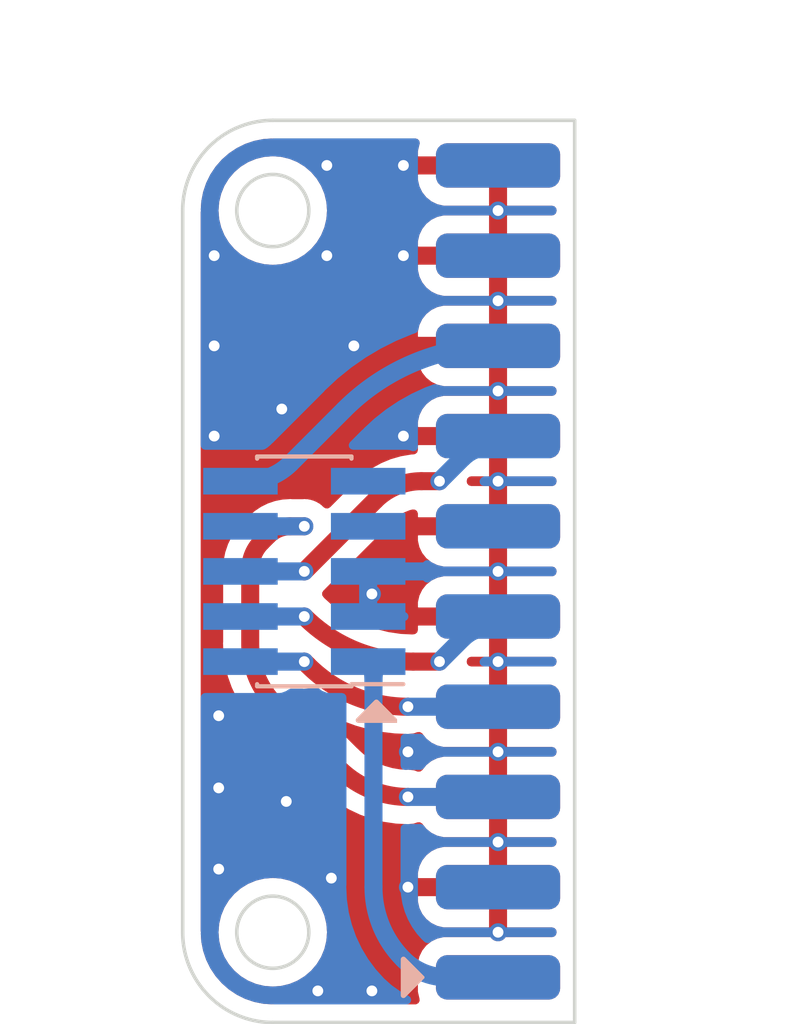
<source format=kicad_pcb>
(kicad_pcb (version 20211014) (generator pcbnew)
  (layers (0 "F.Cu" signal) (31 "B.Cu" signal) (34 "B.Paste" user) (35 "F.Paste" user) (36 "B.SilkS" user "B.Silkscreen") (37 "F.SilkS" user "F.Silkscreen") (38 "B.Mask" user) (39 "F.Mask" user) (44 "Edge.Cuts" user))
  (net 0 "")
  (net 1 "/VTref")
  (net 2 "/SWDIO{slash}TMS")
  (net 3 "/GND")
  (net 4 "/SWCLK{slash}TCK")
  (net 5 "/SWO{slash}TDO")
  (net 6 "/TDI")
  (net 7 "/nRESET")
  (footprint "Connector_PinSocket_1.27mm:PinSocket_2x05_P1.27mm_Vertical_SMD" (layer "B.Cu") (at 143.129 95.25)
    (fp_text reference "J1" hide)
    (fp_text value "Conn_02x05_Odd_Even")
    (fp_line (start -1.33 3.235) (end 1.33 3.235) (layer "B.SilkS") (width 0.12))
    (fp_line (start 1.33 -3.175) (end 1.33 -3.235) (layer "B.SilkS") (width 0.12))
    (fp_line (start -1.33 -3.235) (end 1.33 -3.235) (layer "B.SilkS") (width 0.12))
    (fp_line (start 1.33 3.235) (end 1.33 3.175) (layer "B.SilkS") (width 0.12))
    (fp_line (start -1.33 3.235) (end -1.33 3.175) (layer "B.SilkS") (width 0.12))
    (fp_line (start -1.33 -3.175) (end -1.33 -3.235) (layer "B.SilkS") (width 0.12))
    (fp_line (start 1.33 3.175) (end 2.79 3.175) (layer "B.SilkS") (width 0.12))
    (pad "1" smd rect (at 1.8 2.54) (size 2.1 0.75) (layers "B.Cu" "B.Paste" "B.Mask") (net 1 "/VTref"))
    (pad "2" smd rect (at -1.8 2.54) (size 2.1 0.75) (layers "B.Cu" "B.Paste" "B.Mask") (net 2 "/SWDIO{slash}TMS"))
    (pad "3" smd rect (at 1.8 1.27) (size 2.1 0.75) (layers "B.Cu" "B.Paste" "B.Mask") (net 3 "/GND"))
    (pad "4" smd rect (at -1.8 1.27) (size 2.1 0.75) (layers "B.Cu" "B.Paste" "B.Mask") (net 4 "/SWCLK{slash}TCK"))
    (pad "5" smd rect (at 1.8 0) (size 2.1 0.75) (layers "B.Cu" "B.Paste" "B.Mask") (net 3 "/GND"))
    (pad "6" smd rect (at -1.8 0) (size 2.1 0.75) (layers "B.Cu" "B.Paste" "B.Mask") (net 5 "/SWO{slash}TDO"))
    (pad "7" smd rect (at 1.8 -1.27) (size 2.1 0.75) (layers "B.Cu" "B.Paste" "B.Mask"))
    (pad "8" smd rect (at -1.8 -1.27) (size 2.1 0.75) (layers "B.Cu" "B.Paste" "B.Mask") (net 6 "/TDI"))
    (pad "9" smd rect (at 1.8 -2.54) (size 2.1 0.75) (layers "B.Cu" "B.Paste" "B.Mask"))
    (pad "10" smd rect (at -1.8 -2.54) (size 2.1 0.75) (layers "B.Cu" "B.Paste" "B.Mask") (net 7 "/nRESET"))
  )
  (footprint "JLINK_MINI_ADAPTER:H_2x5_2.54mm" (layer "B.Cu") (at 148.59 95.25)
    (fp_text reference "J2" hide)
    (fp_text value "Conn_02x10_Odd_Even")
    (pad "1" smd roundrect (at 0 11.43) (size 3.5 1.25) (layers "B.Cu" "B.Paste" "B.Mask") (net 1 "/VTref"))
    (pad "2" smd roundrect (at 0 11.43) (size 3.5 1.25) (layers "F.Cu" "F.Paste" "F.Mask"))
    (pad "3" smd roundrect (at 0 8.89) (size 3.5 1.25) (layers "B.Cu" "B.Paste" "B.Mask"))
    (pad "4" smd roundrect (at 0 8.89) (size 3.5 1.25) (layers "F.Cu" "F.Paste" "F.Mask") (net 3 "/GND"))
    (pad "5" smd roundrect (at 0 6.35) (size 3.5 1.25) (layers "B.Cu" "B.Paste" "B.Mask") (net 6 "/TDI"))
    (pad "6" smd roundrect (at 0 6.35) (size 3.5 1.25) (layers "F.Cu" "F.Paste" "F.Mask") (net 3 "/GND"))
    (pad "7" smd roundrect (at 0 3.81) (size 3.5 1.25) (layers "B.Cu" "B.Paste" "B.Mask") (net 2 "/SWDIO{slash}TMS"))
    (pad "8" smd roundrect (at 0 3.81) (size 3.5 1.25) (layers "F.Cu" "F.Paste" "F.Mask") (net 3 "/GND"))
    (pad "9" smd roundrect (at 0 1.27) (size 3.5 1.25) (layers "B.Cu" "B.Paste" "B.Mask") (net 4 "/SWCLK{slash}TCK"))
    (pad "10" smd roundrect (at 0 1.27) (size 3.5 1.25) (layers "F.Cu" "F.Paste" "F.Mask") (net 3 "/GND"))
    (pad "11" smd roundrect (at 0 -1.27) (size 3.5 1.25) (layers "B.Cu" "B.Paste" "B.Mask"))
    (pad "12" smd roundrect (at 0 -1.27) (size 3.5 1.25) (layers "F.Cu" "F.Paste" "F.Mask") (net 3 "/GND"))
    (pad "13" smd roundrect (at 0 -3.81) (size 3.5 1.25) (layers "B.Cu" "B.Paste" "B.Mask") (net 5 "/SWO{slash}TDO"))
    (pad "14" smd roundrect (at 0 -3.81) (size 3.5 1.25) (layers "F.Cu" "F.Paste" "F.Mask") (net 3 "/GND"))
    (pad "15" smd roundrect (at 0 -6.35) (size 3.5 1.25) (layers "B.Cu" "B.Paste" "B.Mask") (net 7 "/nRESET"))
    (pad "16" smd roundrect (at 0 -6.35) (size 3.5 1.25) (layers "F.Cu" "F.Paste" "F.Mask") (net 3 "/GND"))
    (pad "17" smd roundrect (at 0 -8.89) (size 3.5 1.25) (layers "B.Cu" "B.Paste" "B.Mask"))
    (pad "18" smd roundrect (at 0 -8.89) (size 3.5 1.25) (layers "F.Cu" "F.Paste" "F.Mask") (net 3 "/GND"))
    (pad "19" smd roundrect (at 0 -11.43) (size 3.5 1.25) (layers "B.Cu" "B.Paste" "B.Mask"))
    (pad "20" smd roundrect (at 0 -11.43) (size 3.5 1.25) (layers "F.Cu" "F.Paste" "F.Mask") (net 3 "/GND"))
  )
  (gr_poly (pts (xy 146.431 106.68) (xy 145.923 107.188) (xy 145.923 106.172)) (layer "B.SilkS") (width 0.15) (fill solid))
  (gr_poly (pts (xy 145.161 98.933) (xy 145.669 99.441) (xy 144.653 99.441)) (layer "B.SilkS") (width 0.15) (fill solid))
  (gr_line (start 150.749 107.95) (end 150.749 82.55) (layer "Edge.Cuts") (width 0.1))
  (gr_line (start 150.749 82.55) (end 142.24 82.55) (layer "Edge.Cuts") (width 0.1))
  (gr_arc (start 139.7 85.09) (mid 140.443949 83.293949) (end 142.24 82.55) (layer "Edge.Cuts") (width 0.1))
  (gr_circle (center 142.24 85.09) (end 143.256 85.09) (layer "Edge.Cuts") (width 0.1) (fill none))
  (gr_arc (start 142.24 107.95) (mid 140.443949 107.206051) (end 139.7 105.41) (layer "Edge.Cuts") (width 0.1))
  (gr_line (start 142.24 107.95) (end 150.749 107.95) (layer "Edge.Cuts") (width 0.1))
  (gr_line (start 139.7 85.09) (end 139.7 105.41) (layer "Edge.Cuts") (width 0.1))
  (gr_circle (center 142.24 105.41) (end 143.256 105.41) (layer "Edge.Cuts") (width 0.1) (fill none))
  (segment (start 148.59 106.68) (end 147.14942 106.68) (width 0.508) (layer "B.Cu") (net 1))
  (segment (start 145.079 104.134404) (end 145.079 97.79) (width 0.508) (layer "B.Cu") (net 1))
  (arc (start 145.923 106.172) (mid 145.298348 105.237143) (end 145.079 104.134404) (width 0.508) (layer "B.Cu") (net 1))
  (arc (start 147.14942 106.68) (mid 146.485686 106.547975) (end 145.923 106.172) (width 0.508) (layer "B.Cu") (net 1))
  (segment (start 143.231566 97.892567) (end 143.129 97.79) (width 0.508) (layer "F.Cu") (net 2))
  (via (at 143.129 97.79) (size 0.508) (drill 0.3048) (layers "F.Cu" "B.Cu") (net 2))
  (via (at 146.05 99.06) (size 0.508) (drill 0.3048) (layers "F.Cu" "B.Cu") (net 2))
  (arc (start 146.05 99.06) (mid 144.524675 98.756594) (end 143.231566 97.892567) (width 0.508) (layer "F.Cu") (net 2))
  (segment (start 141.179 97.79) (end 143.129 97.79) (width 0.508) (layer "B.Cu") (net 2))
  (segment (start 148.59 99.06) (end 146.05 99.06) (width 0.508) (layer "B.Cu") (net 2))
  (via (at 145.923 91.44) (size 0.508) (drill 0.3048) (layers "F.Cu" "B.Cu") (net 3))
  (via (at 140.589 91.44) (size 0.508) (drill 0.3048) (layers "F.Cu" "B.Cu") (net 3))
  (via (at 148.59 87.63) (size 0.508) (drill 0.3048) (layers "F.Cu" "B.Cu") (net 3))
  (via (at 144.526 88.9) (size 0.508) (drill 0.3048) (layers "F.Cu" "B.Cu") (net 3))
  (via (at 143.764 83.82) (size 0.508) (drill 0.3048) (layers "F.Cu" "B.Cu") (net 3))
  (via (at 148.59 105.41) (size 0.508) (drill 0.3048) (layers "F.Cu" "B.Cu") (net 3))
  (via (at 143.764 86.36) (size 0.508) (drill 0.3048) (layers "F.Cu" "B.Cu") (net 3))
  (via (at 143.891 103.886) (size 0.508) (drill 0.3048) (layers "F.Cu" "B.Cu") (net 3))
  (via (at 146.05 100.33) (size 0.508) (drill 0.3048) (layers "F.Cu" "B.Cu") (net 3))
  (via (at 142.494 90.678) (size 0.508) (drill 0.3048) (layers "F.Cu" "B.Cu") (net 3))
  (via (at 148.59 92.71) (size 0.508) (drill 0.3048) (layers "F.Cu" "B.Cu") (net 3))
  (via (at 148.59 90.17) (size 0.508) (drill 0.3048) (layers "F.Cu" "B.Cu") (net 3))
  (via (at 145.923 86.36) (size 0.508) (drill 0.3048) (layers "F.Cu" "B.Cu") (net 3))
  (via (at 140.589 86.36) (size 0.508) (drill 0.3048) (layers "F.Cu" "B.Cu") (net 3))
  (via (at 145.034 107.061) (size 0.508) (drill 0.3048) (layers "F.Cu" "B.Cu") (net 3))
  (via (at 148.59 100.33) (size 0.508) (drill 0.3048) (layers "F.Cu" "B.Cu") (net 3))
  (via (at 140.716 103.632) (size 0.508) (drill 0.3048) (layers "F.Cu" "B.Cu") (net 3))
  (via (at 140.716 99.314) (size 0.508) (drill 0.3048) (layers "F.Cu" "B.Cu") (net 3))
  (via (at 146.05 104.14) (size 0.508) (drill 0.3048) (layers "F.Cu" "B.Cu") (net 3))
  (via (at 140.716 101.346) (size 0.508) (drill 0.3048) (layers "F.Cu" "B.Cu") (net 3))
  (via (at 145.034 95.885) (size 0.508) (drill 0.3048) (layers "F.Cu" "B.Cu") (net 3))
  (via (at 148.59 102.87) (size 0.508) (drill 0.3048) (layers "F.Cu" "B.Cu") (net 3))
  (via (at 148.59 95.25) (size 0.508) (drill 0.3048) (layers "F.Cu" "B.Cu") (net 3))
  (via (at 148.59 85.09) (size 0.508) (drill 0.3048) (layers "F.Cu" "B.Cu") (net 3))
  (via (at 143.51 107.061) (size 0.508) (drill 0.3048) (layers "F.Cu" "B.Cu") (net 3))
  (via (at 142.621 101.727) (size 0.508) (drill 0.3048) (layers "F.Cu" "B.Cu") (net 3))
  (via (at 140.589 88.9) (size 0.508) (drill 0.3048) (layers "F.Cu" "B.Cu") (net 3))
  (via (at 145.923 83.82) (size 0.508) (drill 0.3048) (layers "F.Cu" "B.Cu") (net 3))
  (via (at 148.59 97.79) (size 0.508) (drill 0.3048) (layers "F.Cu" "B.Cu") (net 3))
  (segment (start 145.079 96.52) (end 145.93629 96.52) (width 0.254) (layer "B.Cu") (net 3))
  (segment (start 146.939 97.79) (end 146.195051 97.79) (width 0.508) (layer "F.Cu") (net 4))
  (via (at 146.939 97.79) (size 0.508) (drill 0.3048) (layers "F.Cu" "B.Cu") (net 4))
  (via (at 143.129 96.52) (size 0.508) (drill 0.3048) (layers "F.Cu" "B.Cu") (net 4))
  (arc (start 146.195051 97.79) (mid 144.535716 97.459938) (end 143.129 96.52) (width 0.508) (layer "F.Cu") (net 4))
  (segment (start 147.939593 96.789408) (end 146.939 97.79) (width 0.508) (layer "B.Cu") (net 4))
  (segment (start 141.179 96.52) (end 143.129 96.52) (width 0.508) (layer "B.Cu") (net 4))
  (arc (start 148.59 96.52) (mid 148.238002 96.590017) (end 147.939593 96.789408) (width 0.508) (layer "B.Cu") (net 4))
  (segment (start 145.130185 93.248815) (end 143.129 95.25) (width 0.508) (layer "F.Cu") (net 5))
  (segment (start 146.939 92.71) (end 146.431 92.71) (width 0.508) (layer "F.Cu") (net 5))
  (via (at 143.129 95.25) (size 0.508) (drill 0.3048) (layers "F.Cu" "B.Cu") (net 5))
  (via (at 146.939 92.71) (size 0.508) (drill 0.3048) (layers "F.Cu" "B.Cu") (net 5))
  (arc (start 146.431 92.71) (mid 145.727004 92.850034) (end 145.130185 93.248815) (width 0.508) (layer "F.Cu") (net 5))
  (segment (start 147.939593 91.709408) (end 146.939 92.71) (width 0.508) (layer "B.Cu") (net 5))
  (segment (start 141.179 95.25) (end 143.129 95.25) (width 0.508) (layer "B.Cu") (net 5))
  (arc (start 148.59 91.44) (mid 148.238002 91.510017) (end 147.939593 91.709408) (width 0.508) (layer "B.Cu") (net 5))
  (segment (start 142.748 99.441) (end 144.098777 100.791777) (width 0.508) (layer "F.Cu") (net 6))
  (segment (start 143.129 93.98) (end 142.72621 93.98) (width 0.508) (layer "F.Cu") (net 6))
  (segment (start 141.605 95.191012) (end 141.605 97.282) (width 0.508) (layer "F.Cu") (net 6))
  (segment (start 142.32342 99.016421) (end 142.748 99.441) (width 0.508) (layer "F.Cu") (net 6))
  (segment (start 142.113 94.234) (end 141.9225 94.4245) (width 0.508) (layer "F.Cu") (net 6))
  (via (at 143.129 93.98) (size 0.508) (drill 0.3048) (layers "F.Cu" "B.Cu") (net 6))
  (via (at 146.05 101.6) (size 0.508) (drill 0.3048) (layers "F.Cu" "B.Cu") (net 6))
  (arc (start 144.098777 100.791777) (mid 144.994006 101.389949) (end 146.05 101.6) (width 0.508) (layer "F.Cu") (net 6))
  (arc (start 141.605 97.282) (mid 141.791711 98.220662) (end 142.32342 99.016421) (width 0.508) (layer "F.Cu") (net 6))
  (arc (start 142.72621 93.98) (mid 142.394343 94.046012) (end 142.113 94.234) (width 0.508) (layer "F.Cu") (net 6))
  (arc (start 141.9225 94.4245) (mid 141.687516 94.776178) (end 141.605 95.191012) (width 0.508) (layer "F.Cu") (net 6))
  (segment (start 141.179 93.98) (end 143.129 93.98) (width 0.508) (layer "B.Cu") (net 6))
  (segment (start 148.59 101.6) (end 146.05 101.6) (width 0.508) (layer "B.Cu") (net 6))
  (segment (start 141.52158 92.71) (end 141.179 92.71) (width 0.508) (layer "B.Cu") (net 7))
  (segment (start 144.253949 90.696051) (end 142.748 92.202) (width 0.508) (layer "B.Cu") (net 7))
  (arc (start 148.59 88.9) (mid 146.243346 89.366778) (end 144.253949 90.696051) (width 0.508) (layer "B.Cu") (net 7))
  (arc (start 142.748 92.202) (mid 142.185314 92.577975) (end 141.52158 92.71) (width 0.508) (layer "B.Cu") (net 7))
  (zone (net 3) (net_name "/GND") (layer "F.Cu") (name "F.GND") (connect_pads (clearance 0.508)) (min_thickness 0.254) (fill yes (thermal_gap 0.508) (thermal_bridge_width 0.508))
    (polygon (pts (xy 150.749 107.95) (xy 139.7 107.95) (xy 139.7 82.55) (xy 150.749 82.55)))
  )
  (zone (net 4) (net_name "/SWCLK{slash}TCK") (layer "B.Cu") (name "B.GND") (priority 16962) (connect_pads yes (clearance 0)) (min_thickness 0.0254) (fill yes (thermal_gap 0.508) (thermal_bridge_width 0.508))
    (polygon (pts (xy 141.909 96.266) (xy 141.828063 96.266089) (xy 141.756502 96.265965) (xy 141.692806 96.265043) (xy 141.635465 96.262736) (xy 141.582968 96.258459) (xy 141.533804 96.251624) (xy 141.486463 96.241648) (xy 141.439436 96.227942) (xy 141.391211 96.209921) (xy 141.340279 96.187) (xy 140.994 96.52) (xy 141.340279 96.853) (xy 141.391211 96.830078) (xy 141.439436 96.812057) (xy 141.486463 96.798351) (xy 141.533804 96.788375) (xy 141.582968 96.78154) (xy 141.635465 96.777263) (xy 141.692806 96.774956) (xy 141.756502 96.774034) (xy 141.828063 96.77391) (xy 141.909 96.774)))
  )
  (zone (net 4) (net_name "/SWCLK{slash}TCK") (layer "B.Cu") (name "B.GND") (priority 16962) (connect_pads yes (clearance 0)) (min_thickness 0.0254) (fill yes (thermal_gap 0.508) (thermal_bridge_width 0.508))
    (polygon (pts (xy 147.742607 97.345604) (xy 147.824525 97.269766) (xy 147.900819 97.211563) (xy 147.973253 97.168998) (xy 148.043594 97.140072) (xy 148.113609 97.122791) (xy 148.185062 97.115155) (xy 148.259721 97.115168) (xy 148.339352 97.120834) (xy 148.425721 97.130155) (xy 148.520594 97.141134) (xy 148.884637 96.41586) (xy 148.145689 96.080441) (xy 148.051518 96.179543) (xy 147.973652 96.268855) (xy 147.907472 96.351338) (xy 147.848358 96.429956) (xy 147.791691 96.507672) (xy 147.732853 96.587446) (xy 147.667223 96.672243) (xy 147.590183 96.765025) (xy 147.497114 96.868754) (xy 147.383397 96.986393)))
  )
  (zone (net 2) (net_name "/SWDIO{slash}TMS") (layer "B.Cu") (name "B.GND") (priority 16962) (connect_pads yes (clearance 0)) (min_thickness 0.0254) (fill yes (thermal_gap 0.508) (thermal_bridge_width 0.508))
    (polygon (pts (xy 141.909 97.536) (xy 141.828063 97.536089) (xy 141.756502 97.535965) (xy 141.692806 97.535043) (xy 141.635465 97.532736) (xy 141.582968 97.528459) (xy 141.533804 97.521624) (xy 141.486463 97.511648) (xy 141.439436 97.497942) (xy 141.391211 97.479921) (xy 141.340279 97.457) (xy 140.994 97.79) (xy 141.340279 98.123) (xy 141.391211 98.100078) (xy 141.439436 98.082057) (xy 141.486463 98.068351) (xy 141.533804 98.058375) (xy 141.582968 98.05154) (xy 141.635465 98.047263) (xy 141.692806 98.044956) (xy 141.756502 98.044034) (xy 141.828063 98.04391) (xy 141.909 98.044)))
  )
  (zone (net 3) (net_name "/GND") (layer "B.Cu") (name "B.GND") (connect_pads (clearance 0.508)) (min_thickness 0.254) (fill yes (thermal_gap 0.508) (thermal_bridge_width 0.508))
    (polygon (pts (xy 150.749 107.95) (xy 139.7 107.95) (xy 139.7 82.55) (xy 150.749 82.55)))
  )
  (zone (net 6) (net_name "/TDI") (layer "B.Cu") (name "B.GND") (priority 16962) (connect_pads yes (clearance 0)) (min_thickness 0.0254) (fill yes (thermal_gap 0.508) (thermal_bridge_width 0.508))
    (polygon (pts (xy 141.909 93.726) (xy 141.828063 93.726089) (xy 141.756502 93.725965) (xy 141.692806 93.725043) (xy 141.635465 93.722736) (xy 141.582968 93.718459) (xy 141.533804 93.711624) (xy 141.486463 93.701648) (xy 141.439436 93.687942) (xy 141.391211 93.669921) (xy 141.340279 93.647) (xy 140.994 93.98) (xy 141.340279 94.313) (xy 141.391211 94.290078) (xy 141.439436 94.272057) (xy 141.486463 94.258351) (xy 141.533804 94.248375) (xy 141.582968 94.24154) (xy 141.635465 94.237263) (xy 141.692806 94.234956) (xy 141.756502 94.234034) (xy 141.828063 94.23391) (xy 141.909 94.234)))
  )
  (zone (net 5) (net_name "/SWO{slash}TDO") (layer "B.Cu") (name "B.GND") (priority 16962) (connect_pads yes (clearance 0)) (min_thickness 0.0254) (fill yes (thermal_gap 0.508) (thermal_bridge_width 0.508))
    (polygon (pts (xy 141.909 94.996) (xy 141.828063 94.996089) (xy 141.756502 94.995965) (xy 141.692806 94.995043) (xy 141.635465 94.992736) (xy 141.582968 94.988459) (xy 141.533804 94.981624) (xy 141.486463 94.971648) (xy 141.439436 94.957942) (xy 141.391211 94.939921) (xy 141.340279 94.917) (xy 140.994 95.25) (xy 141.340279 95.583) (xy 141.391211 95.560078) (xy 141.439436 95.542057) (xy 141.486463 95.528351) (xy 141.533804 95.518375) (xy 141.582968 95.51154) (xy 141.635465 95.507263) (xy 141.692806 95.504956) (xy 141.756502 95.504034) (xy 141.828063 95.50391) (xy 141.909 95.504)))
  )
  (zone (net 1) (net_name "/VTref") (layer "B.Cu") (name "B.GND") (priority 16962) (connect_pads yes (clearance 0)) (min_thickness 0.0254) (fill yes (thermal_gap 0.508) (thermal_bridge_width 0.508))
    (polygon (pts (xy 147.345 106.934) (xy 147.485892 106.937645) (xy 147.605397 106.948332) (xy 147.707896 106.965687) (xy 147.797776 106.989337) (xy 147.879421 107.018907) (xy 147.957215 107.054025) (xy 148.035542 107.094317) (xy 148.118787 107.139409) (xy 148.211334 107.188928) (xy 148.317569 107.2425) (xy 148.9025 106.68) (xy 148.317569 106.1175) (xy 148.211334 106.171071) (xy 148.118787 106.22059) (xy 148.035542 106.265682) (xy 147.957215 106.305974) (xy 147.879421 106.341092) (xy 147.797776 106.370662) (xy 147.707896 106.394312) (xy 147.605397 106.411667) (xy 147.485892 106.422354) (xy 147.345 106.426)))
  )
  (zone (net 7) (net_name "/nRESET") (layer "B.Cu") (name "B.GND") (priority 16962) (connect_pads yes (clearance 0)) (min_thickness 0.0254) (fill yes (thermal_gap 0.508) (thermal_bridge_width 0.508))
    (polygon (pts (xy 141.859985 92.416799) (xy 141.787705 92.432267) (xy 141.723144 92.442859) (xy 141.665074 92.44877) (xy 141.61227 92.450198) (xy 141.563508 92.447339) (xy 141.517561 92.44039) (xy 141.473204 92.429548) (xy 141.429211 92.415009) (xy 141.384358 92.396971) (xy 141.337418 92.37563) (xy 140.994007 92.711586) (xy 141.343128 93.041605) (xy 141.400282 93.016231) (xy 141.454491 92.997665) (xy 141.507371 92.984381) (xy 141.560538 92.974856) (xy 141.61561 92.967568) (xy 141.674202 92.960992) (xy 141.73793 92.953606) (xy 141.808412 92.943886) (xy 141.887263 92.930308) (xy 141.976101 92.911349)))
  )
  (zone (net 2) (net_name "/SWDIO{slash}TMS") (layer "B.Cu") (name "B.GND") (priority 16962) (connect_pads yes (clearance 0)) (min_thickness 0.0254) (fill yes (thermal_gap 0.508) (thermal_bridge_width 0.508))
    (polygon (pts (xy 147.345 99.314) (xy 147.485892 99.317645) (xy 147.605397 99.328332) (xy 147.707896 99.345687) (xy 147.797776 99.369337) (xy 147.879421 99.398907) (xy 147.957215 99.434025) (xy 148.035542 99.474317) (xy 148.118787 99.519409) (xy 148.211334 99.568928) (xy 148.317569 99.6225) (xy 148.9025 99.06) (xy 148.317569 98.4975) (xy 148.211334 98.551071) (xy 148.118787 98.60059) (xy 148.035542 98.645682) (xy 147.957215 98.685974) (xy 147.879421 98.721092) (xy 147.797776 98.750662) (xy 147.707896 98.774312) (xy 147.605397 98.791667) (xy 147.485892 98.802354) (xy 147.345 98.806)))
  )
  (zone (net 1) (net_name "/VTref") (layer "B.Cu") (name "B.GND") (priority 16962) (connect_pads yes (clearance 0)) (min_thickness 0.0254) (fill yes (thermal_gap 0.508) (thermal_bridge_width 0.508))
    (polygon (pts (xy 145.333 98.52) (xy 145.33291 98.439063) (xy 145.333034 98.367502) (xy 145.333956 98.303806) (xy 145.336263 98.246465) (xy 145.34054 98.193968) (xy 145.347375 98.144804) (xy 145.357351 98.097463) (xy 145.371057 98.050436) (xy 145.389078 98.002211) (xy 145.412 97.951279) (xy 145.079 97.605) (xy 144.746 97.951279) (xy 144.768921 98.002211) (xy 144.786942 98.050436) (xy 144.800648 98.097463) (xy 144.810624 98.144804) (xy 144.817459 98.193968) (xy 144.821736 98.246465) (xy 144.824043 98.303806) (xy 144.824965 98.367502) (xy 144.825089 98.439063) (xy 144.825 98.52)))
  )
  (zone (net 7) (net_name "/nRESET") (layer "B.Cu") (name "B.GND") (priority 16962) (connect_pads yes (clearance 0)) (min_thickness 0.0254) (fill yes (thermal_gap 0.508) (thermal_bridge_width 0.508))
    (polygon (pts (xy 147.395363 89.276675) (xy 147.527558 89.254) (xy 147.641255 89.24434) (xy 147.7403 89.246361) (xy 147.828542 89.25873) (xy 147.909827 89.280116) (xy 147.988003 89.309186) (xy 148.066919 89.344606) (xy 148.150421 89.385045) (xy 148.242357 89.429169) (xy 148.346576 89.475647) (xy 148.902094 88.884082) (xy 148.28927 88.352108) (xy 148.179611 88.413827) (xy 148.084724 88.469285) (xy 147.999897 88.519247) (xy 147.92042 88.564475) (xy 147.841582 88.605736) (xy 147.758673 88.643793) (xy 147.666983 88.679411) (xy 147.561801 88.713355) (xy 147.438417 88.746388) (xy 147.292121 88.779277)))
  )
  (zone (net 5) (net_name "/SWO{slash}TDO") (layer "B.Cu") (name "B.GND") (priority 16962) (connect_pads yes (clearance 0)) (min_thickness 0.0254) (fill yes (thermal_gap 0.508) (thermal_bridge_width 0.508))
    (polygon (pts (xy 147.742607 92.265604) (xy 147.824525 92.189766) (xy 147.900819 92.131563) (xy 147.973253 92.088998) (xy 148.043594 92.060072) (xy 148.113609 92.042791) (xy 148.185062 92.035155) (xy 148.259721 92.035168) (xy 148.339352 92.040834) (xy 148.425721 92.050155) (xy 148.520594 92.061134) (xy 148.884637 91.33586) (xy 148.145689 91.000441) (xy 148.051518 91.099543) (xy 147.973652 91.188855) (xy 147.907472 91.271338) (xy 147.848358 91.349956) (xy 147.791691 91.427672) (xy 147.732853 91.507446) (xy 147.667223 91.592243) (xy 147.590183 91.685025) (xy 147.497114 91.788754) (xy 147.383397 91.906393)))
  )
  (zone (net 6) (net_name "/TDI") (layer "B.Cu") (name "B.GND") (priority 16962) (connect_pads yes (clearance 0)) (min_thickness 0.0254) (fill yes (thermal_gap 0.508) (thermal_bridge_width 0.508))
    (polygon (pts (xy 147.345 101.854) (xy 147.485892 101.857645) (xy 147.605397 101.868332) (xy 147.707896 101.885687) (xy 147.797776 101.909337) (xy 147.879421 101.938907) (xy 147.957215 101.974025) (xy 148.035542 102.014317) (xy 148.118787 102.059409) (xy 148.211334 102.108928) (xy 148.317569 102.1625) (xy 148.9025 101.6) (xy 148.317569 101.0375) (xy 148.211334 101.091071) (xy 148.118787 101.14059) (xy 148.035542 101.185682) (xy 147.957215 101.225974) (xy 147.879421 101.261092) (xy 147.797776 101.290662) (xy 147.707896 101.314312) (xy 147.605397 101.331667) (xy 147.485892 101.342354) (xy 147.345 101.346)))
  )
)
</source>
